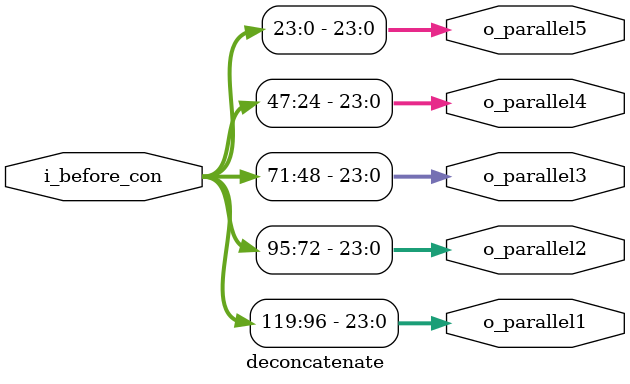
<source format=sv>
`define PARALLEL 5

module deconcatenate(
    input [24*`PARALLEL-1:0] i_before_con,
    output [23:0] o_parallel1,
    output [23:0] o_parallel2,
    output [23:0] o_parallel3,
    output [23:0] o_parallel4,
    output [23:0] o_parallel5

);

assign o_parallel5 = i_before_con[23:0];
assign o_parallel4 = i_before_con[47:24];
assign o_parallel3 = i_before_con[71:48];
assign o_parallel2 = i_before_con[95:72];
assign o_parallel1 = i_before_con[119:96];

endmodule


</source>
